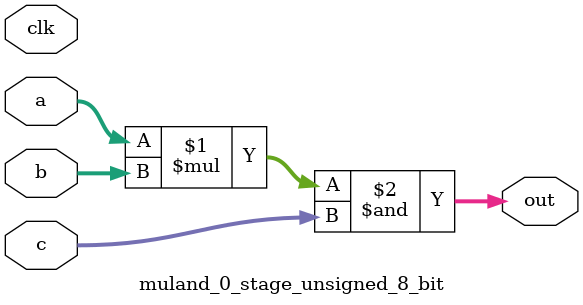
<source format=sv>
(* use_dsp = "yes" *) module muland_0_stage_unsigned_8_bit(
	input  [7:0] a,
	input  [7:0] b,
	input  [7:0] c,
	output [7:0] out,
	input clk);

	assign out = (a * b) & c;
endmodule

</source>
